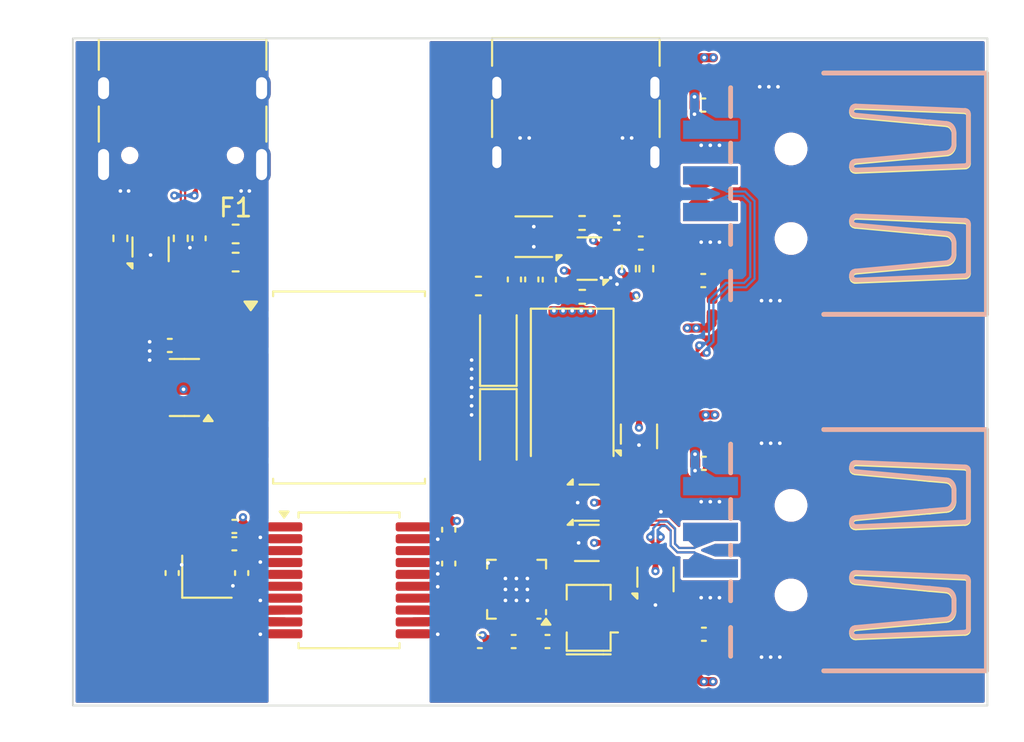
<source format=kicad_pcb>
(kicad_pcb (version 20240108) (generator "pcbnew") (generator_version "8.0")
  (layers (0 "F.Cu" signal) (1 "In1.Cu" signal) (2 "In2.Cu" signal) (31 "B.Cu" signal) (34 "B.Paste" user) (35 "F.Paste" user) (36 "B.SilkS" user "B.Silkscreen") (37 "F.SilkS" user "F.Silkscreen") (38 "B.Mask" user) (39 "F.Mask" user) (44 "Edge.Cuts" user))
  (net 0 "")
  (net 1 "GND1")
  (net 2 "VBUS1")
  (net 3 "Net-(U3-XI_{1})")
  (net 4 "Net-(U3-XO_{1})")
  (net 5 "Net-(U3-VDD1)")
  (net 6 "EXTVIN")
  (net 7 "GND2")
  (net 8 "VBUS2")
  (net 9 "Net-(U3-VDD2)")
  (net 10 "Net-(D1-K)")
  (net 11 "+5V")
  (net 12 "Net-(D1-A)")
  (net 13 "Net-(D2-A)")
  (net 14 "Net-(D3-A)")
  (net 15 "Net-(D3-K)")
  (net 17 "Net-(J1-CC1)")
  (net 18 "Net-(J1-D+-PadA6)")
  (net 20 "Net-(J1-D--PadA7)")
  (net 21 "Net-(J1-CC2)")
  (net 22 "/UD+")
  (net 23 "/UD-")
  (net 25 "/DD+")
  (net 26 "/DD-")
  (net 27 "Net-(J4-VBUS)")
  (net 28 "Net-(J5-VBUS)")
  (net 29 "Net-(J6-VBUS)")
  (net 30 "Net-(F5-Pad2)")
  (net 31 "Net-(F2-Pad2)")
  (net 32 "Net-(F3-Pad2)")
  (net 33 "Net-(F4-Pad2)")
  (net 34 "Net-(U2-VBUS)")
  (net 35 "Net-(U6-VDD33)")
  (net 36 "Net-(J3-VBUS)")
  (net 37 "Net-(J2-CC2)")
  (net 38 "Net-(J2-CC1)")
  (net 39 "Net-(U5-PR1)")
  (net 40 "Net-(U1-D1)")
  (net 41 "Net-(U1-D2)")
  (net 43 "Net-(U6-XI)")
  (net 44 "Net-(U6-XO)")
  (net 47 "/D3-")
  (net 48 "/D1+")
  (net 49 "/D1-")
  (net 50 "/D4-")
  (net 51 "/D2-")
  (net 52 "/D2+")
  (net 53 "/D4+")
  (net 54 "/D3+")
  (net 55 "/D4A-")
  (net 56 "/D4A+")
  (net 57 "/D3A-")
  (net 58 "/D3A+")
  (net 59 "/D1A+")
  (net 60 "/D1A-")
  (net 61 "/D2A-")
  (net 62 "/D2A+")
  (net 63 "Net-(F1-Pad1)")
  (footprint "Capacitor_SMD:C_0402_1005Metric" (layer "F.Cu") (at 132.25 132.4975)
    (property "Reference" "C16" (hide yes))
    (property "Value" "1uF")
  )
  (footprint "Resistor_SMD:R_0402_1005Metric" (layer "F.Cu") (at 112.6 110.44 -90)
    (property "Reference" "R2" (hide yes))
    (property "Value" "5.1K")
  )
  (footprint "Capacitor_SMD:C_0402_1005Metric" (layer "F.Cu") (at 141.05 110.7)
    (property "Reference" "C12" (hide yes))
    (property "Value" "100nF")
  )
  (footprint "Resistor_SMD:R_0402_1005Metric" (layer "F.Cu") (at 137.85 113.64)
    (property "Reference" "R7" (hide yes))
    (property "Value" "220R")
  )
  (footprint "Capacitor_SMD:C_0402_1005Metric" (layer "F.Cu") (at 115.43 128.75 -90)
    (property "Reference" "C3" (hide yes))
    (property "Value" "12pF")
  )
  (footprint "Capacitor_SMD:C_0402_1005Metric" (layer "F.Cu") (at 116.9 110.44 -90)
    (property "Reference" "C4" (hide yes))
    (property "Value" "100nF")
  )
  (footprint "ADUMx165_USB_Isolator:USB_C_Receptacle_XKB_U262-16XN-4BVC11" (layer "F.Cu") (at 116 103.3 180)
    (property "Reference" "J1" (hide yes))
    (property "Value" "XKB_U262-16XN-4BVC11")
  )
  (footprint "Capacitor_SMD:C_0402_1005Metric" (layer "F.Cu") (at 135.09 112.69 90)
    (property "Reference" "C10" (hide yes))
    (property "Value" "1uF")
  )
  (footprint "ADUMx165_USB_Isolator:SOT-583-8" (layer "F.Cu") (at 138.24 111.55 180)
    (property "Reference" "U5" (hide yes))
    (property "Value" "TPS2116DRL")
  )
  (footprint "Inductor_SMD:L_0402_1005Metric" (layer "F.Cu") (at 144.5 121.8 180)
    (property "Reference" "FB5" (hide yes))
    (property "Value" "120R@100M")
  )
  (footprint "Inductor_SMD:L_0402_1005Metric" (layer "F.Cu") (at 144.47 102.2 180)
    (property "Reference" "FB3" (hide yes))
    (property "Value" "120R@100M")
  )
  (footprint "Package_SO:SSOP-20_5.3x7.2mm_P0.65mm" (layer "F.Cu") (at 125.1 129.15)
    (property "Reference" "U3" (hide yes))
    (property "Value" "ADUM3165")
  )
  (footprint "LED_SMD:LED_0402_1005Metric" (layer "F.Cu") (at 139.75 113.65 180)
    (property "Reference" "D3" (hide yes))
    (property "Value" "LED")
  )
  (footprint "Resistor_SMD:R_0402_1005Metric" (layer "F.Cu") (at 141.35 112.1 90)
    (property "Reference" "R6" (hide yes))
    (property "Value" "10K")
  )
  (footprint "Capacitor_SMD:C_0603_1608Metric" (layer "F.Cu") (at 132.175 113.05 180)
    (property "Reference" "C11" (hide yes))
    (property "Value" "22uF/10V")
  )
  (footprint "Package_DFN_QFN:QFN-16-1EP_3x3mm_P0.5mm_EP1.75x1.75mm" (layer "F.Cu") (at 134.26 129.6375 180)
    (property "Reference" "U6" (hide yes))
    (property "Value" "CH334P")
  )
  (footprint "Inductor_SMD:L_0402_1005Metric" (layer "F.Cu") (at 144.465 113.7)
    (property "Reference" "FB2" (hide yes))
    (property "Value" "120R@100M")
  )
  (footprint "ADUMx165_USB_Isolator:DA2303-AL" (layer "F.Cu") (at 125.1 118.6)
    (property "Reference" "T1" (hide yes))
    (property "Value" "DA2303-AL")
  )
  (footprint "Capacitor_SMD:C_0402_1005Metric" (layer "F.Cu") (at 130.55 128.23 90)
    (property "Reference" "C8" (hide yes))
    (property "Value" "100nF")
  )
  (footprint "Fuse:Fuse_0402_1005Metric" (layer "F.Cu") (at 144.5 134)
    (property "Reference" "F4" (hide yes))
    (property "Value" "500mA")
  )
  (footprint "Inductor_SMD:L_0603_1608Metric" (layer "F.Cu") (at 118.9 111.74 180)
    (property "Reference" "FB1" (hide yes))
    (property "Value" "120R@100M")
  )
  (footprint "Package_TO_SOT_SMD:SOT-666" (layer "F.Cu") (at 141.8525 129.1 90)
    (property "Reference" "U10" (hide yes))
    (property "Value" "USBLC6-2P6")
  )
  (footprint "Fuse:Fuse_0402_1005Metric" (layer "F.Cu") (at 144.465 114.65 180)
    (property "Reference" "F2" (hide yes))
    (property "Value" "500mA")
  )
  (footprint "Capacitor_SMD:C_0402_1005Metric" (layer "F.Cu") (at 118.83 127.15)
    (property "Reference" "C5" (hide yes))
    (property "Value" "100nF")
  )
  (footprint "Capacitor_SMD:C_0402_1005Metric" (layer "F.Cu") (at 118.83 126.2)
    (property "Reference" "C6" (hide yes))
    (property "Value" "100nF")
  )
  (footprint "Capacitor_SMD:C_0402_1005Metric" (layer "F.Cu") (at 144.465 112.75 180)
    (property "Reference" "C19" (hide yes))
    (property "Value" "100nF")
  )
  (footprint "Resistor_SMD:R_0402_1005Metric" (layer "F.Cu") (at 139.74 109.6)
    (property "Reference" "R4" (hide yes))
    (property "Value" "5.1K")
  )
  (footprint "Capacitor_SMD:C_0402_1005Metric" (layer "F.Cu") (at 115.3 116.3 180)
    (property "Reference" "C1" (hide yes))
    (property "Value" "100nF")
  )
  (footprint "Capacitor_SMD:C_0402_1005Metric" (layer "F.Cu") (at 134.1 132.4975)
    (property "Reference" "C13" (hide yes))
    (property "Value" "100nF")
  )
  (footprint "Resistor_SMD:R_0402_1005Metric" (layer "F.Cu") (at 137.84 109.6 180)
    (property "Reference" "R3" (hide yes))
    (property "Value" "5.1K")
  )
  (footprint "Package_TO_SOT_SMD:SOT-666" (layer "F.Cu") (at 138.1 127.1025)
    (property "Reference" "U9" (hide yes))
    (property "Value" "USBLC6-2P6")
  )
  (footprint "Package_TO_SOT_SMD:SOT-666" (layer "F.Cu") (at 140.95 121.275 90)
    (property "Reference" "U7" (hide yes))
    (property "Value" "USBLC6-2P6")
  )
  (footprint "Capacitor_SMD:C_0402_1005Metric" (layer "F.Cu") (at 130.55 126.38 -90)
    (property "Reference" "C7" (hide yes))
    (property "Value" "100nF")
  )
  (footprint "Package_TO_SOT_SMD:SOT-23-6" (layer "F.Cu") (at 116.1 118.6 180)
    (property "Reference" "U1" (hide yes))
    (property "Value" "SN6505BDBV")
  )
  (footprint "Resistor_SMD:R_0402_1005Metric" (layer "F.Cu") (at 115.9 110.44 -90)
    (property "Reference" "R1" (hide yes))
    (property "Value" "5.1K")
  )
  (footprint "Fuse:Fuse_0402_1005Metric" (layer "F.Cu") (at 144.5 120.85)
    (property "Reference" "F5" (hide yes))
    (property "Value" "500mA")
  )
  (footprint "Resistor_SMD:R_0402_1005Metric" (layer "F.Cu") (at 140.4 112.1 -90)
    (property "Reference" "R5" (hide yes))
    (property "Value" "33K")
  )
  (footprint "Capacitor_SMD:C_0402_1005Metric" (layer "F.Cu") (at 134.14 112.69 90)
    (property "Reference" "C9" (hide yes))
    (property "Value" "100nF")
  )
  (footprint "Crystal:Resonator_SMD_Murata_CSTxExxV-3Pin_3.0x1.1mm" (layer "F.Cu") (at 138.2 131.2 90)
    (property "Reference" "Y2" (hide yes))
    (property "Value" "CSTxE12M")
  )
  (footprint "Capacitor_Tantalum_SMD:CP_EIA-7343-20_Kemet-V" (layer "F.Cu") (at 137.3 118.7 -90)
    (property "Reference" "C18" (hide yes))
    (property "Value" "100uF/16V")
  )
  (footprint "Diode_SMD:D_SOD-123F" (layer "F.Cu") (at 133.2625 116.3 90)
    (property "Reference" "D1" (hide yes))
    (property "Value" "MBR120VLSF")
  )
  (footprint "Package_SON:WSON-6-1EP_2x2mm_P0.65mm_EP1x1.6mm_ThermalVias" (layer "F.Cu") (at 135.2 110.35 180)
    (property "Reference" "U4" (hide yes))
    (property "Value" "TLV76750DRVx")
  )
  (footprint "Package_TO_SOT_SMD:SOT-666" (layer "F.Cu") (at 138.1 124.9)
    (property "Reference" "U8" (hide yes))
    (property "Value" "USBLC6-2P6")
  )
  (footprint "Crystal:Crystal_SMD_2016-4Pin_2.0x1.6mm" (layer "F.Cu") (at 117.33 128.95)
    (property "Reference" "Y1" (hide yes))
    (property "Value" "24Mhz/12pF")
  )
  (footprint "Capacitor_SMD:C_0402_1005Metric" (layer "F.Cu") (at 144.5 122.75)
    (property "Reference" "C22" (hide yes))
    (property "Value" "100nF")
  )
  (footprint "Fuse:Fuse_0603_1608Metric" (layer "F.Cu") (at 118.9 110.2)
    (property "Reference" "F1")
    (property "Value" "1A")
  )
  (footprint "ADUMx165_USB_Isolator:U221-041N-4V33" (layer "F.Cu") (at 146.5 108 90)
    (property "Reference" "J3" (hide yes))
    (property "Value" "XKB_U221-041N-4V33" (hide yes))
  )
  (footprint "Inductor_SMD:L_0402_1005Metric" (layer "F.Cu") (at 144.5 133.05 180)
    (property "Reference" "FB4" (hide yes))
    (property "Value" "120R@100M")
  )
  (footprint "Capacitor_SMD:C_0402_1005Metric" (layer "F.Cu") (at 136.05 112.7 -90)
    (property "Reference" "C14" (hide yes))
    (property "Value" "22uF/10V")
  )
  (footprint "Capacitor_SMD:C_0402_1005Metric" (layer "F.Cu") (at 144.47 103.15)
    (property "Reference" "C20" (hide yes))
    (property "Value" "100nF")
  )
  (footprint "Fuse:Fuse_0402_1005Metric" (layer "F.Cu") (at 144.47 101.25)
    (property "Reference" "F3" (hide yes))
    (property "Value" "500mA")
  )
  (footprint "Package_TO_SOT_SMD:SOT-666" (layer "F.Cu") (at 114.25 111.04 90)
    (property "Reference" "U2" (hide yes))
    (property "Value" "USBLC6-2P6")
  )
  (footprint "Capacitor_SMD:C_0402_1005Metric" (layer "F.Cu") (at 119.23 128.75 90)
    (property "Reference" "C2" (hide yes))
    (property "Value" "12pF")
  )
  (footprint "Diode_SMD:D_SOD-123F" (layer "F.Cu") (at 133.2625 120.9 -90)
    (property "Reference" "D2" (hide yes))
    (property "Value" "MBR120VLSF")
  )
  (footprint "Capacitor_SMD:C_0402_1005Metric" (layer "F.Cu") (at 144.5 132.1)
    (property "Reference" "C21" (hide yes))
    (property "Value" "100nF")
  )
  (footprint "ADUMx165_USB_Isolator:U221-041N-4V33" (layer "F.Cu") (at 146.5 127.5 90)
    (property "Reference" "J5" (hide yes))
    (property "Value" "XKB_U221-041N-4V33" (hide yes))
  )
  (footprint "Capacitor_SMD:C_0402_1005Metric" (layer "F.Cu") (at 135.95 132.4975 180)
    (property "Reference" "C15" (hide yes))
    (property "Value" "10uF")
  )
  (footprint "ADUMx165_USB_Isolator:USB_C_Receptacle_HRO_TYPE-C-31-M-17" (layer "F.Cu") (at 137.5 103 180)
    (property "Reference" "J2" (hide yes))
    (property "Value" "HRO_TYPE-C-31-M-17")
  )
  (footprint "ADUMx165_USB_Isolator:U221-041N-4V33" (layer "B.Cu") (at 146.5 127.5 -90)
    (property "Reference" "J6" (hide yes))
    (property "Value" "XKB_U221-041N-4V33" (hide yes))
  )
  (footprint "ADUMx165_USB_Isolator:U221-041N-4V33" (layer "B.Cu") (at 146.5 108 -90)
    (property "Reference" "J4" (hide yes))
    (property "Value" "XKB_U221-041N-4V33" (hide yes))
  )
  (gr_rect (start 110 99.5) (end 160 136) (stroke (width 0.1)) (fill none) (layer "Edge.Cuts"))
  (segment (start 121.6 132.075) (end 120.275 132.075) (width 0.2) (layer "F.Cu") (net 1))
  (segment (start 121.6 130.125) (end 120.375 130.125) (width 0.2) (layer "F.Cu") (net 1))
  (segment (start 120.325 126.875) (end 120.25 126.8) (width 0.2) (layer "F.Cu") (net 1))
  (segment (start 121.6 128.175) (end 120.275 128.175) (width 0.2) (layer "F.Cu") (net 1))
  (segment (start 121.6 126.875) (end 120.325 126.875) (width 0.2) (layer "F.Cu") (net 1))
  (segment (start 120.275 128.175) (end 120.25 128.15) (width 0.2) (layer "F.Cu") (net 1))
  (segment (start 120.375 130.125) (end 120.25 130.25) (width 0.2) (layer "F.Cu") (net 1))
  (segment (start 120.275 132.075) (end 120.25 132.1) (width 0.2) (layer "F.Cu") (net 1))
  (via (at 112.6 107.85) (size 0.45) (drill 0.2) (layers "F.Cu" "B.Cu") (net 1))
  (via (at 114.25 111.35) (size 0.45) (drill 0.2) (layers "F.Cu" "B.Cu") (net 1))
  (via (at 118.75 129.45) (size 0.45) (drill 0.2) (layers "F.Cu" "B.Cu") (net 1))
  (via (at 119.2 107.85) (size 0.45) (drill 0.2) (layers "F.Cu" "B.Cu") (net 1))
  (via (at 120.25 130.25) (size 0.45) (drill 0.2) (layers "F.Cu" "B.Cu") (net 1))
  (via (at 114.2 117.1) (size 0.45) (drill 0.2) (layers "F.Cu" "B.Cu") (net 1))
  (via (at 115.95 128.3) (size 0.45) (drill 0.2) (layers "F.Cu" "B.Cu") (net 1))
  (via (at 119.65 107.85) (size 0.45) (drill 0.2) (layers "F.Cu" "B.Cu") (net 1))
  (via (at 120.25 128.15) (size 0.45) (drill 0.2) (layers "F.Cu" "B.Cu") (net 1))
  (via (at 113.05 107.85) (size 0.45) (drill 0.2) (layers "F.Cu" "B.Cu") (net 1))
  (via (at 114.2 116.6) (size 0.45) (drill 0.2) (layers "F.Cu" "B.Cu") (net 1))
  (via (at 120.25 132.1) (size 0.45) (drill 0.2) (layers "F.Cu" "B.Cu") (net 1))
  (via (at 120.25 126.8) (size 0.45) (drill 0.2) (layers "F.Cu" "B.Cu") (net 1))
  (via (at 116.4 110.95) (size 0.45) (drill 0.2) (layers "F.Cu" "B.Cu") (net 1))
  (via (at 114.2 116.1) (size 0.45) (drill 0.2) (layers "F.Cu" "B.Cu") (net 1))
  (segment (start 119.31 125.71) (end 119.3 125.7) (width 0.2) (layer "F.Cu") (net 2))
  (segment (start 121.6 126.225) (end 119.335 126.225) (width 0.2) (layer "F.Cu") (net 2))
  (segment (start 119.31 126.2) (end 119.31 125.71) (width 0.2) (layer "F.Cu") (net 2))
  (via (at 116.05 118.7) (size 0.45) (drill 0.2) (layers "F.Cu" "B.Cu") (net 2))
  (via (at 119.3 125.7) (size 0.45) (drill 0.2) (layers "F.Cu" "B.Cu") (net 2))
  (segment (start 118.16 128.27) (end 119.23 128.27) (width 0.12) (layer "F.Cu") (net 3))
  (segment (start 119.23 128.27) (end 119.72 128.27) (width 0.12) (layer "F.Cu") (net 3))
  (segment (start 119.72 128.27) (end 120.275 128.825) (width 0.12) (layer "F.Cu") (net 3))
  (segment (start 120.275 128.825) (end 121.6 128.825) (width 0.12) (layer "F.Cu") (net 3))
  (segment (start 119.7 130.15) (end 120.375 129.475) (width 0.12) (layer "F.Cu") (net 4))
  (segment (start 116.36 129.23) (end 115.43 129.23) (width 0.12) (layer "F.Cu") (net 4))
  (segment (start 120.375 129.475) (end 121.6 129.475) (width 0.12) (layer "F.Cu") (net 4))
  (segment (start 115.43 129.23) (end 115.43 129.73) (width 0.12) (layer "F.Cu") (net 4))
  (segment (start 115.85 130.15) (end 119.7 130.15) (width 0.12) (layer "F.Cu") (net 4))
  (segment (start 115.43 129.73) (end 115.85 130.15) (width 0.12) (layer "F.Cu") (net 4))
  (segment (start 119.31 127.15) (end 119.685 127.525) (width 0.2) (layer "F.Cu") (net 5))
  (segment (start 119.685 127.525) (end 121.6 127.525) (width 0.2) (layer "F.Cu") (net 5))
  (segment (start 137.5 110.8) (end 137.95 110.8) (width 0.12) (layer "F.Cu") (net 6))
  (segment (start 138.45 111.3) (end 138.98 111.3) (width 0.12) (layer "F.Cu") (net 6))
  (segment (start 140.4 111.59) (end 140.4 110.87) (width 0.12) (layer "F.Cu") (net 6))
  (segment (start 137.95 110.8) (end 138.45 111.3) (width 0.12) (layer "F.Cu") (net 6))
  (segment (start 129.925 126.875) (end 129.95 126.9) (width 0.2) (layer "F.Cu") (net 7))
  (segment (start 137.6475 127.1025) (end 137.65 127.1) (width 0.2) (layer "F.Cu") (net 7))
  (segment (start 129.925 132.075) (end 129.95 132.1) (width 0.2) (layer "F.Cu") (net 7))
  (segment (start 140.95 122.2) (end 140.95 121.75) (width 0.2) (layer "F.Cu") (net 7))
  (segment (start 137.175 127.1025) (end 137.6475 127.1025) (width 0.2) (layer "F.Cu") (net 7))
  (segment (start 141.8525 130.025) (end 141.8525 130.4975) (width 0.2) (layer "F.Cu") (net 7))
  (segment (start 128.6 128.175) (end 129.925 128.175) (width 0.2) (layer "F.Cu") (net 7))
  (segment (start 128.6 129.475) (end 129.925 129.475) (width 0.2) (layer "F.Cu") (net 7))
  (segment (start 129.925 128.175) (end 129.95 128.2) (width 0.2) (layer "F.Cu") (net 7))
  (segment (start 128.6 126.875) (end 129.925 126.875) (width 0.2) (layer "F.Cu") (net 7))
  (segment (start 137.175 124.9) (end 137.6 124.9) (width 0.2) (layer "F.Cu") (net 7))
  (segment (start 128.6 132.075) (end 129.925 132.075) (width 0.2) (layer "F.Cu") (net 7))
  (segment (start 141.8525 130.4975) (end 141.85 130.5) (width 0.2) (layer "F.Cu") (net 7))
  (segment (start 129.95 128.8) (end 128.625 128.8) (width 0.2) (layer "F.Cu") (net 7))
  (segment (start 129.925 129.475) (end 129.95 129.5) (width 0.2) (layer "F.Cu") (net 7))
  (via (at 134.25 130.25) (size 0.45) (drill 0.2) (layers "F.Cu" "B.Cu") (net 7))
  (via (at 147.55 102.15) (size 0.45) (drill 0.2) (layers "F.Cu" "B.Cu") (net 7))
  (via (at 129.95 132.1) (size 0.45) (drill 0.2) (layers "F.Cu" "B.Cu") (net 7))
  (via (at 131.8 118.6) (size 0.45) (drill 0.2) (layers "F.Cu" "B.Cu") (net 7))
  (via (at 129.95 129.5) (size 0.45) (drill 0.2) (layers "F.Cu" "B.Cu") (net 7))
  (via (at 129.95 128.2) (size 0.45) (drill 0.2) (layers "F.Cu" "B.Cu") (net 7))
  (via (at 141.85 130.5) (size 0.45) (drill 0.2) (layers "F.Cu" "B.Cu") (net 7))
  (via (at 131.8 118.1) (size 0.45) (drill 0.2) (layers "F.Cu" "B.Cu") (net 7))
  (via (at 134.85 129.05) (size 0.45) (drill 0.2) (layers "F.Cu" "B.Cu") (net 7))
  (via (at 140.05 104.95) (size 0.45) (drill 0.2) (layers "F.Cu" "B.Cu") (net 7))
  (via (at 148.05 102.15) (size 0.45) (drill 0.2) (layers "F.Cu" "B.Cu") (net 7))
  (via (at 147.65 121.65) (size 0.45) (drill 0.2) (layers "F.Cu" "B.Cu") (net 7))
  (via (at 145.35 105.35) (size 0.45) (drill 0.2) (layers "F.Cu" "B.Cu") (net 7))
  (via (at 134.85 129.65) (size 0.45) (drill 0.2) (layers "F.Cu" "B.Cu") (net 7))
  (via (at 139.75 112.95) (size 0.45) (drill 0.2) (layers "F.Cu" "B.Cu") (net 7))
  (via (at 144.85 130.1) (size 0.45) (drill 0.2) (layers "F.Cu" "B.Cu") (net 7))
  (via (at 139.85 109.6) (size 0.45) (drill 0.2) (layers "F.Cu" "B.Cu") (net 7))
  (via (at 133.65 129.05) (size 0.45) (drill 0.2) (layers "F.Cu" "B.Cu") (net 7))
  (via (at 131.8 120.1) (size 0.45) (drill 0.2) (layers "F.Cu" "B.Cu") (net 7))
  (via (at 144.35 105.35) (size 0.45) (drill 0.2) (layers "F.Cu" "B.Cu") (net 7))
  (via (at 133.65 130.25) (size 0.45) (drill 0.2) (layers "F.Cu" "B.Cu") (net 7))
  (via (at 148.65 133.35) (size 0.45) (drill 0.2) (layers "F.Cu" "B.Cu") (net 7))
  (via (at 148.15 113.85) (size 0.45) (drill 0.2) (layers "F.Cu" "B.Cu") (net 7))
  (via (at 134.45 104.95) (size 0.45) (drill 0.2) (layers "F.Cu" "B.Cu") (net 7))
  (via (at 137.6 124.9) (size 0.45) (drill 0.2) (layers "F.Cu" "B.Cu") (net 7))
  (via (at 148.55 102.15) (size 0.45) (drill 0.2) (layers "F.Cu" "B.Cu") (net 7))
  (via (at 145.35 130.1) (size 0.45) (drill 0.2) (layers "F.Cu" "B.Cu") (net 7))
  (via (at 144.85 110.65) (size 0.45) (drill 0.2) (layers "F.Cu" "B.Cu") (net 7))
  (via (at 134.25 129.05) (size 0.45) (drill 0.2) (layers "F.Cu" "B.Cu") (net 7))
  (via (at 129.95 128.8) (size 0.45) (drill 0.2) (layers "F.Cu" "B.Cu") (net 7))
  (via (at 145.35 110.65) (size 0.45) (drill 0.2) (layers "F.Cu" "B.Cu") (net 7))
  (via (at 148.65 121.65) (size 0.45) (drill 0.2) (layers "F.Cu" "B.Cu") (net 7))
  (via (at 145.35 124.85) (size 0.45) (drill 0.2) (layers "F.Cu" "B.Cu") (net 7))
  (via (at 142.15 125.4) (size 0.45) (drill 0.2) (layers "F.Cu" "B.Cu") (net 7))
  (via (at 139.4 112.6) (size 0.45) (drill 0.2) (layers "F.Cu" "B.Cu") (net 7))
  (via (at 131.8 117.6) (size 0.45) (drill 0.2) (layers "F.Cu" "B.Cu") (net 7))
  (via (at 134.25 129.65) (size 0.45) (drill 0.2) (layers "F.Cu" "B.Cu") (net 7))
  (via (at 148.15 121.65) (size 0.45) (drill 0.2) (layers "F.Cu" "B.Cu") (net 7))
  (via (at 138.9 112.6) (size 0.45) (drill 0.2) (layers "F.Cu" "B.Cu") (net 7))
  (via (at 144.85 124.85) (size 0.45) (drill 0.2) (layers "F.Cu" "B.Cu") (net 7))
  (via (at 132.7 128.2) (size 0.45) (drill 0.2) (layers "F.Cu" "B.Cu") (net 7))
  (via (at 131.8 119.1) (size 0.45) (drill 0.2) (layers "F.Cu" "B.Cu") (net 7))
  (via (at 134.95 104.95) (size 0.45) (drill 0.2) (layers "F.Cu" "B.Cu") (net 7))
  (via (at 147.65 133.35) (size 0.45) (drill 0.2) (layers "F.Cu" "B.Cu") (net 7))
  (via (at 144.35 130.1) (size 0.45) (drill 0.2) (layers "F.Cu" "B.Cu") (net 7))
  (via (at 140.95 121.75) (size 0.45) (drill 0.2) (layers "F.Cu" "B.Cu") (net 7))
  (via (at 131.8 117.1) (size 0.45) (drill 0.2) (layers "F.Cu" "B.Cu") (net 7))
  (via (at 148.15 133.35) (size 0.45) (drill 0.2) (layers "F.Cu" "B.Cu") (net 7))
  (via (at 129.95 126.9) (size 0.45) (drill 0.2) (layers "F.Cu" "B.Cu") (net 7))
  (via (at 137.65 127.1) (size 0.45) (drill 0.2) (layers "F.Cu" "B.Cu") (net 7))
  (via (at 144.85 105.35) (size 0.45) (drill 0.2) (layers "F.Cu" "B.Cu") (net 7))
  (via (at 131.8 119.6) (size 0.45) (drill 0.2) (layers "F.Cu" "B.Cu") (net 7))
  (via (at 148.65 113.85) (size 0.45) (drill 0.2) (layers "F.Cu" "B.Cu") (net 7))
  (via (at 144.35 124.85) (size 0.45) (drill 0.2) (layers "F.Cu" "B.Cu") (net 7))
  (via (at 144.35 110.65) (size 0.45) (drill 0.2) (layers "F.Cu" "B.Cu") (net 7))
  (via (at 140.55 104.95) (size 0.45) (drill 0.2) (layers "F.Cu" "B.Cu") (net 7))
  (via (at 147.65 113.85) (size 0.45) (drill 0.2) (layers "F.Cu" "B.Cu") (net 7))
  (via (at 134.85 130.25) (size 0.45) (drill 0.2) (layers "F.Cu" "B.Cu") (net 7))
  (via (at 133.65 129.65) (size 0.45) (drill 0.2) (layers "F.Cu" "B.Cu") (net 7))
  (segment (start 139.025 124.9) (end 138.5 124.9) (width 0.2) (layer "F.Cu") (net 8))
  (segment (start 144.5 134.69) (end 145 134.69) (width 0.5) (layer "F.Cu") (net 8))
  (segment (start 132.73 132.48) (end 132.4 132.15) (width 0.2) (layer "F.Cu") (net 8))
  (segment (start 130.225 126.225) (end 130.55 125.9) (width 0.2) (layer "F.Cu") (net 8))
  (segment (start 134.51 131.487499) (end 134.51 131.1) (width 0.2) (layer "F.Cu") (net 8))
  (segment (start 144.95 114.65) (end 144.95 115.085) (width 0.5) (layer "F.Cu") (net 8))
  (segment (start 144.015 134) (end 144.015 134.319999) (width 0.5) (layer "F.Cu") (net 8))
  (segment (start 144.95 115.085) (end 144.685 115.35) (width 0.5) (layer "F.Cu") (net 8))
  (segment (start 134.289999 131.7075) (end 134.51 131.487499) (width 0.2) (layer "F.Cu") (net 8))
  (segment (start 143.985 101.25) (end 143.985 100.930001) (width 0.5) (layer "F.Cu") (net 8))
  (segment (start 140.95 120.35) (end 140.95 120.8) (width 0.2) (layer "F.Cu") (net 8))
  (segment (start 144.385001 134.69) (end 144.5 134.69) (width 0.5) (layer "F.Cu") (net 8))
  (segment (start 144.685 115.35) (end 143.585 115.35) (width 0.5) (layer "F.Cu") (net 8))
  (segment (start 144.015 134.319999) (end 144.385001 134.69) (width 0.5) (layer "F.Cu") (net 8))
  (segment (start 141.8525 128.6475) (end 141.8525 128.175) (width 0.2) (layer "F.Cu") (net 8))
  (segment (start 128.6 126.225) (end 130.225 126.225) (width 0.2) (layer "F.Cu") (net 8))
  (segment (start 144.015 120.85) (end 144.015 120.530001) (width 0.5) (layer "F.Cu") (net 8))
  (segment (start 132.797002 132.4975) (end 133.587002 131.7075) (width 0.2) (layer "F.Cu") (net 8))
  (segment (start 130.55 125.9) (end 131 125.9) (width 0.2) (layer "F.Cu") (net 8))
  (segment (start 144.355001 100.56) (end 145.02 100.56) (width 0.5) (layer "F.Cu") (net 8))
  (segment (start 139.025 127.1025) (end 138.5025 127.1025) (width 0.2) (layer "F.Cu") (net 8))
  (segment (start 144.015 120.530001) (end 144.445001 120.1) (width 0.5) (layer "F.Cu") (net 8))
  (segment (start 133.587002 131.7075) (end 134.289999 131.7075) (width 0.2) (layer "F.Cu") (net 8))
  (segment (start 144.445001 120.1) (end 145.1 120.1) (width 0.5) (layer "F.Cu") (net 8))
  (segment (start 143.985 100.930001) (end 144.355001 100.56) (width 0.5) (layer "F.Cu") (net 8))
  (segment (start 138.5025 127.1025) (end 138.5 127.1) (width 0.2) (layer "F.Cu") (net 8))
  (via (at 145.02 100.55) (size 0.45) (drill 0.2) (layers "F.Cu" "B.Cu") (net 8))
  (via (at 138.5 124.9) (size 0.45) (drill 0.2) (layers "F.Cu" "B.Cu") (net 8))
  (via (at 145.1 120.1) (size 0.45) (drill 0.2) (layers "F.Cu" "B.Cu") (net 8))
  (via (at 144.6 120.1) (size 0.45) (drill 0.2) (layers "F.Cu" "B.Cu") (net 8))
  (via (at 138.3 114.4) (size 0.45) (drill 0.2) (layers "F.Cu" "B.Cu") (net 8))
  (via (at 136.3 114.4) (size 0.45) (drill 0.2) (layers "F.Cu" "B.Cu") (net 8))
  (via (at 145 134.69) (size 0.45) (drill 0.2) (layers "F.Cu" "B.Cu") (net 8))
  (via (at 132.4 132.15) (size 0.45) (drill 0.2) (layers "F.Cu" "B.Cu") (net 8))
  (via (at 144.085 115.35) (size 0.45) (drill 0.2) (layers "F.Cu" "B.Cu") (net 8))
  (via (at 137.8 114.4) (size 0.45) (drill 0.2) (layers "F.Cu" "B.Cu") (net 8))
  (via (at 137.3 114.4) (size 0.45) (drill 0.2) (layers "F.Cu" "B.Cu") (net 8))
  (via (at 141.8525 128.6475) (size 0.45) (drill 0.2) (layers "F.Cu" "B.Cu") (net 8))
  (via (at 144.5 134.69) (size 0.45) (drill 0.2) (layers "F.Cu" "B.Cu") (net 8))
  (via (at 131 125.9) (size 0.45) (drill 0.2) (layers "F.Cu" "B.Cu") (net 8))
  (via (at 144.52 100.55) (size 0.45) (drill 0.2) (layers "F.Cu" "B.Cu") (net 8))
  (via (at 143.585 115.35) (size 0.45) (drill 0.2) (layers "F.Cu" "B.Cu") (net 8))
  (via (at 138.5 127.1) (size 0.45) (drill 0.2) (layers "F.Cu" "B.Cu") (net 8))
  (via (at 136.8 114.4) (size 0.45) (drill 0.2) (layers "F.Cu" "B.Cu") (net 8))
  (via (at 140.95 120.8) (size 0.45) (drill 0.2) (layers "F.Cu" "B.Cu") (net 8))
  (segment (start 128.6 127.525) (end 130.325 127.525) (width 0.2) (layer "F.Cu") (net 9))
  (segment (start 130.325 127.525) (end 130.55 127.75) (width 0.2) (layer "F.Cu") (net 9))
  (segment (start 138.36 113.64) (end 139.255 113.64) (width 0.2) (layer "F.Cu") (net 14))
  (segment (start 137.5 112.3) (end 136.95 112.3) (width 0.2) (layer "F.Cu") (net 15))
  (segment (start 140.705 113.65) (end 140.8 113.555) (width 0.2) (layer "F.Cu") (net 15))
  (segment (start 136.95 112.3) (end 136.85 112.2) (width 0.2) (layer "F.Cu") (net 15))
  (segment (start 140.235 113.65) (end 140.705 113.65) (width 0.2) (layer "F.Cu") (net 15))
  (via (at 136.85 112.2) (size 0.45) (drill 0.2) (layers "F.Cu" "B.Cu") (net 15))
  (via (at 140.8 113.555) (size 0.45) (drill 0.2) (layers "F.Cu" "B.Cu") (net 15))
  (segment (start 117.25 106.97) (end 117.25 108.5) (width 0.12) (layer "F.Cu") (net 17))
  (segment (start 117.25 108.5) (end 115.9 109.85) (width 0.12) (layer "F.Cu") (net 17))
  (segment (start 114.39 109.099412) (end 114.39 109.54) (width 0.12) (layer "F.Cu") (net 18))
  (segment (start 115.900588 108.999412) (end 114.49 108.999412) (width 0.12) (layer "F.Cu") (net 18))
  (segment (start 115.25 106.97) (end 115.25 106.275) (width 0.12) (layer "F.Cu") (net 18))
  (segment (start 114.49 108.999412) (end 114.39 109.099412) (width 0.12) (layer "F.Cu") (net 18))
  (segment (start 116.125 106.15) (end 116.25 106.275) (width 0.12) (layer "F.Cu") (net 18))
  (segment (start 116.14 107.08) (end 116.14 108.76) (width 0.12) (layer "F.Cu") (net 18))
  (segment (start 114.39 109.54) (end 114.7875 109.9375) (width 0.12) (layer "F.Cu") (net 18))
  (segment (start 115.375 106.15) (end 116.125 106.15) (width 0.12) (layer "F.Cu") (net 18))
  (segment (start 116.25 106.97) (end 116.14 107.08) (width 0.12) (layer "F.Cu") (net 18))
  (segment (start 115.25 106.275) (end 115.375 106.15) (width 0.12) (layer "F.Cu") (net 18))
  (segment (start 116.14 108.76) (end 115.900588 108.999412) (width 0.12) (layer "F.Cu") (net 18))
  (segment (start 116.25 106.275) (end 116.25 106.97) (width 0.12) (layer "F.Cu") (net 18))
  (segment (start 114.7875 109.9375) (end 114.7875 110.19) (width 0.12) (layer "F.Cu") (net 18))
  (segment (start 115.9 108.1) (end 115.55 108.1) (width 0.12) (layer "F.Cu") (net 20))
  (segment (start 114.15 109) (end 114.15 109.488649) (width 0.12) (layer "F.Cu") (net 20))
  (segment (start 115.9 108.660588) (end 115.801176 108.759412) (width 0.12) (layer "F.Cu") (net 20))
  (segment (start 115.9 107.12) (end 115.9 108.1) (width 0.12) (layer "F.Cu") (net 20))
  (segment (start 115.9 108.1) (end 115.9 108.660588) (width 0.12) (layer "F.Cu") (net 20))
  (segment (start 113.7125 109.926149) (end 113.7125 110.19) (width 0.12) (layer "F.Cu") (net 20))
  (segment (start 116.65 108.1) (end 116.75 108) (width 0.12) (layer "F.Cu") (net 20))
  (segment (start 115.75 106.97) (end 115.9 107.12) (width 0.12) (layer "F.Cu") (net 20))
  (segment (start 116.75 108) (end 116.75 106.97) (width 0.12) (layer "F.Cu") (net 20))
  (segment (start 114.390588 108.759412) (end 114.15 109) (width 0.12) (layer "F.Cu") (net 20))
  (segment (start 115.801176 108.759412) (end 114.390588 108.759412) (width 0.12) (layer "F.Cu") (net 20))
  (segment (start 114.15 109.488649) (end 113.7125 109.926149) (width 0.12) (layer "F.Cu") (net 20))
  (via (at 115.55 108.1) (size 0.45) (drill 0.2) (layers "F.Cu" "B.Cu") (net 20))
  (via (at 116.65 108.1) (size 0.45) (drill 0.2) (layers "F.Cu" "B.Cu") (net 20))
  (segment (start 116.65 108.1) (end 115.55 108.1) (width 0.12) (layer "B.Cu") (net 20))
  (segment (start 112.6 109.93) (end 112.6 109.6) (width 0.12) (layer "F.Cu") (net 21))
  (segment (start 114.25 107.95) (end 114.25 106.97) (width 0.12) (layer "F.Cu") (net 21))
  (segment (start 112.6 109.6) (end 114.25 107.95) (width 0.12) (layer "F.Cu") (net 21))
  (segment (start 120.9 130.775) (end 120.695 130.98) (width 0.12) (layer "F.Cu") (net 22))
  (segment (start 114.199706 130.98) (end 113.12 129.900294) (width 0.12) (layer "F.Cu") (net 22))
  (segment (start 114.7875 112.265001) (end 114.7875 111.89) (width 0.12) (layer "F.Cu") (net 22))
  (segment (start 113.12 129.900294) (end 113.12 115.299706) (width 0.12) (layer "F.Cu") (net 22))
  (segment (start 114.37 112.682501) (end 114.7875 112.265001) (width 0.12) (layer "F.Cu") (net 22))
  (segment (start 113.12 115.299706) (end 114.37 114.049706) (width 0.12) (layer "F.Cu") (net 22))
  (segment (start 114.37 114.049706) (end 114.37 112.682501) (width 0.12) (layer "F.Cu") (net 22))
  (segment (start 120.695 130.98) (end 114.199706 130.98) (width 0.12) (layer "F.Cu") (net 22))
  (segment (start 114.13 113.950294) (end 114.13 112.682501) (width 0.12) (layer "F.Cu") (net 23))
  (segment (start 112.88 129.999706) (end 112.88 115.200294) (width 0.12) (layer "F.Cu") (net 23))
  (segment (start 114.100294 131.22) (end 112.88 129.999706) (width 0.12) (layer "F.Cu") (net 23))
  (segment (start 112.88 115.200294) (end 114.13 113.950294) (width 0.12) (layer "F.Cu") (net 23))
  (segment (start 120.9 131.425) (end 120.695 131.22) (width 0.12) (layer "F.Cu") (net 23))
  (segment (start 113.7125 112.265001) (end 113.7125 111.89) (width 0.12) (layer "F.Cu") (net 23))
  (segment (start 114.13 112.682501) (end 113.7125 112.265001) (width 0.12) (layer "F.Cu") (net 23))
  (segment (start 120.695 131.22) (end 114.100294 131.22) (width 0.12) (layer "F.Cu") (net 23))
  (segment (start 132.405 130.2575) (end 131.162206 130.2575) (width 0.12) (layer "F.Cu") (net 25))
  (segment (start 130.199706 131.22) (end 129.505 131.22) (width 0.12) (layer "F.Cu") (net 25))
  (segment (start 131.162206 130.2575) (end 130.199706 131.22) (width 0.12) (layer "F.Cu") (net 25))
  (segment (start 129.505 131.22) (end 129.3 131.425) (width 0.12) (layer "F.Cu") (net 25))
  (segment (start 132.535 130.3875) (end 132.405 130.2575) (width 0.12) (layer "F.Cu") (net 25))
  (segment (start 130.100294 130.98) (end 129.505 130.98) (width 0.12) (layer "F.Cu") (net 26))
  (segment (start 132.405 130.0175) (end 131.062794 130.0175) (width 0.12) (layer "F.Cu") (net 26))
  (segment (start 129.505 130.98) (end 129.3 130.775) (width 0.12) (layer "F.Cu") (net 26))
  (segment (start 131.062794 130.0175) (end 130.100294 130.98) (width 0.12) (layer "F.Cu") (net 26))
  (segment (start 132.535 129.8875) (end 132.405 130.0175) (width 0.12) (layer "F.Cu") (net 26))
  (segment (start 143.99 103.15) (end 143.99 103.625) (width 0.5) (layer "F.Cu") (net 27))
  (segment (start 143.985 102.7) (end 143.985 103.145) (width 0.5) (layer "F.Cu") (net 27))
  (segment (start 143.99 103.625) (end 143.985 103.63) (width 0.5) (layer "F.Cu") (net 27))
  (segment (start 143.985 102.2) (end 143.985 102.7) (width 0.5) (layer "F.Cu") (net 27))
  (via (at 143.985 103.65) (size 0.45) (drill 0.2) (layers "F.Cu" "B.Cu") (net 27))
  (via (at 143.985 102.7) (size 0.45) (drill 0.2) (layers "F.Cu" "B.Cu") (net 27))
  (segment (start 143.985 104.285) (end 143.985 103.65) (width 0.5) (layer "B.Cu") (net 27))
  (segment (start 143.985 103.65) (end 143.985 102.7) (width 0.5) (layer "B.Cu") (net 27))
  (segment (start 144.02 131.28) (end 144.02 132.1) (width 0.5) (layer "F.Cu") (net 28))
  (segment (start 144.3 131) (end 144.02 131.28) (width 0.5) (layer "F.Cu") (net 28))
  (segment (start 144.015 133.05) (end 144.015 132.105) (width 0.5) (layer "F.Cu") (net 28))
  (segment (start 144.015 122.25) (end 144.015 122.745) (width 0.5) (layer "F.Cu") (net 29))
  (segment (start 144.02 122.75) (end 144.02 123.125) (width 0.5) (layer "F.Cu") (net 29))
  (segment (start 144.02 123.125) (end 144.015 123.13) (width 0.5) (layer "F.Cu") (net 29))
  (segment (start 144.015 121.8) (end 144.015 122.25) (width 0.5) (layer "F.Cu") (net 29))
  (via (at 144.015 123.15) (size 0.45) (drill 0.2) (layers "F.Cu" "B.Cu") (net 29))
  (via (at 144.015 122.25) (size 0.45) (drill 0.2) (layers "F.Cu" "B.Cu") (net 29))
  (segment (start 144.015 123.15) (end 144.015 123.815) (width 0.5) (layer "B.Cu") (net 29))
  (segment (start 144.015 123.15) (end 144.015 122.25) (width 0.5) (layer "B.Cu") (net 29))
  (segment (start 144.985 120.85) (end 144.985 121.8) (width 0.5) (layer "F.Cu") (net 30))
  (segment (start 143.98 113.7) (end 143.98 114.65) (width 0.5) (layer "F.Cu") (net 31))
  (segment (start 144.955 101.25) (end 144.955 102.2) (width 0.5) (layer "F.Cu") (net 32))
  (segment (start 144.985 134) (end 144.985 133.05) (width 0.5) (layer "F.Cu") (net 33))
  (segment (start 116.9 109.96) (end 117.43 110.49) (width 0.2) (layer "F.Cu") (net 34))
  (segment (start 114.45 110.75) (end 115.2 110.75) (width 0.12) (layer "F.Cu") (net 34))
  (segment (start 117.65 110.9) (end 119.45 110.9) (width 0.2) (layer "F.Cu") (net 34))
  (segment (start 115.2 110.75) (end 115.5 110.45) (width 0.12) (layer "F.Cu") (net 34))
  (segment (start 114.25 110.55) (end 114.45 110.75) (width 0.12) (layer "F.Cu") (net 34))
  (segment (start 115.5 110.45) (end 116.41 110.45) (width 0.12) (layer "F.Cu") (net 34))
  (segment (start 117.43 110.49) (end 117.43 110.68) (width 0.2) (layer "F.Cu") (net 34))
  (segment (start 116.41 110.45) (end 116.9 109.96) (width 0.12) (layer "F.Cu") (net 34))
  (segment (start 117.43 110.68) (end 117.65 110.9) (width 0.2) (layer "F.Cu") (net 34))
  (segment (start 114.25 110.115) (end 114.25 110.55) (width 0.12) (layer "F.Cu") (net 34))
  (segment (start 134.58 132.4975) (end 135 132.4975) (width 0.2) (layer "F.Cu") (net 35))
  (segment (start 135 132.4975) (end 135.47 132.4975) (width 0.2) (layer "F.Cu") (net 35))
  (segment (start 135.01 131.1) (end 135.01 132.4875) (width 0.2) (layer "F.Cu") (net 35))
  (segment (start 144.95 113.255) (end 144.945 113.25) (width 0.5) (layer "F.Cu") (net 36))
  (segment (start 144.945 112.75) (end 144.945 111.582) (width 0.5) (layer "F.Cu") (net 36))
  (segment (start 144.95 113.7) (end 144.95 112.755) (width 0.5) (layer "F.Cu") (net 36))
  (segment (start 137.55 107.2) (end 137 106.65) (width 0.12) (layer "F.Cu") (net 37))
  (segment (start 138.05 107.4) (end 137.85 107.2) (width 0.12) (layer "F.Cu") (net 37))
  (segment (start 138.35 109.15) (end 138.05 108.85) (width 0.12) (layer "F.Cu") (net 37))
  (segment (start 138.05 108.85) (end 138.05 107.4) (width 0.12) (layer "F.Cu") (net 37))
  (segment (start 138.35 109.6) (end 138.35 109.15) (width 0.12) (layer "F.Cu") (net 37))
  (segment (start 137.85 107.2) (end 137.55 107.2) (width 0.12) (layer "F.Cu") (net 37))
  (segment (start 138.3 108.75) (end 139.15 109.6) (width 0.12) (layer "F.Cu") (net 38))
  (segment (start 138 106.18) (end 138.3 106.48) (width 0.12) (layer "F.Cu") (net 38))
  (segment (start 138.3 106.48) (end 138.3 108.75) (width 0.12) (layer "F.Cu") (net 38))
  (segment (start 140.36 112.61) (end 140 112.25) (width 0.12) (layer "F.Cu") (net 39))
  (segment (start 138.7 110.8) (end 138.45 110.55) (width 0.12) (layer "F.Cu") (net 39))
  (segment (start 138.98 110.8) (end 138.7 110.8) (width 0.12) (layer "F.Cu") (net 39))
  (segment (start 141.35 112.61) (end 140.4 112.61) (width 0.12) (layer "F.Cu") (net 39))
  (via (at 140 112.25) (size 0.45) (drill 0.2) (layers "F.Cu" "B.Cu") (net 39))
  (via (at 138.45 110.55) (size 0.45) (drill 0.2) (layers "F.Cu" "B.Cu") (net 39))
  (segment (start 138.2 130) (end 136.85 130) (width 0.12) (layer "F.Cu") (net 43))
  (segment (start 136.7375 129.8875) (end 135.7225 129.8875) (width 0.12) (layer "F.Cu") (net 43))
  (segment (start 136.85 130) (end 136.7375 129.8875) (width 0.12) (layer "F.Cu") (net 43))
  (segment (start 136.95 130.95) (end 136.3875 130.3875) (width 0.12) (layer "F.Cu") (net 44))
  (segment (start 136.3875 130.3875) (end 135.7225 130.3875) (width 0.12) (layer "F.Cu") (net 44))
  (segment (start 137.45 132.4) (end 136.95 131.9) (width 0.12) (layer "F.Cu") (net 44))
  (segment (start 136.95 131.9) (end 136.95 130.95) (width 0.12) (layer "F.Cu") (net 44))
  (segment (start 134.88 127.589706) (end 135.247206 127.2225) (width 0.12) (layer "F.Cu") (net 47))
  (segment (start 135.01 127.9125) (end 134.88 127.7825) (width 0.12) (layer "F.Cu") (net 47))
  (segment (start 135.247206 127.2225) (end 136.457499 127.2225) (width 0.12) (layer "F.Cu") (net 47))
  (segment (start 134.88 127.7825) (end 134.88 127.589706) (width 0.12) (layer "F.Cu") (net 47))
  (segment (start 136.457499 127.2225) (end 136.874999 127.64) (width 0.12) (layer "F.Cu") (net 47))
  (segment (start 136.874999 127.64) (end 137.25 127.64) (width 0.12) (layer "F.Cu") (net 47))
  (segment (start 131.987794 129.2575) (end 131.68 128.949706) (width 0.12) (layer "F.Cu") (net 48))
  (segment (start 132.405 129.2575) (end 131.987794 129.2575) (width 0.12) (layer "F.Cu") (net 48))
  (segment (start 140.550294 123.43) (end 140.83 123.150294) (width 0.12) (layer "F.Cu") (net 48))
  (segment (start 132.535 129.3875) (end 132.405 129.2575) (width 0.12) (layer "F.Cu") (net 48))
  (segment (start 140.4125 122.500001) (end 140.4125 122.125) (width 0.12) (layer "F.Cu") (net 48))
  (segment (start 131.68 127.650294) (end 135.900294 123.43) (width 0.12) (layer "F.Cu") (net 48))
  (segment (start 131.68 128.949706) (end 131.68 127.650294) (width 0.12) (layer "F.Cu") (net 48))
  (segment (start 140.83 123.150294) (end 140.83 122.917501) (width 0.12) (layer "F.Cu") (net 48))
  (segment (start 140.83 122.917501) (end 140.4125 122.500001) (width 0.12) (layer "F.Cu") (net 48))
  (segment (start 135.900294 123.43) (end 140.550294 123.43) (width 0.12) (layer "F.Cu") (net 48))
  (segment (start 141.4875 122.500001) (end 141.4875 122.125) (width 0.12) (layer "F.Cu") (net 49))
  (segment (start 132.087206 129.0175) (end 131.92 128.850294) (width 0.12) (layer "F.Cu") (net 49))
  (segment (start 132.535 128.8875) (end 132.405 129.0175) (width 0.12) (layer "F.Cu") (net 49))
  (segment (start 141.07 123.249706) (end 141.07 122.917501) (width 0.12) (layer "F.Cu") (net 49))
  (segment (start 135.999706 123.67) (end 140.649706 123.67) (width 0.12) (layer "F.Cu") (net 49))
  (segment (start 132.405 129.0175) (end 132.087206 129.0175) (width 0.12) (layer "F.Cu") (net 49))
  (segment (start 131.92 128.850294) (end 131.92 127.749706) (width 0.12) (layer "F.Cu") (net 49))
  (segment (start 131.92 127.749706) (end 135.999706 123.67) (width 0.12) (layer "F.Cu") (net 49))
  (segment (start 141.07 122.917501) (end 141.4875 122.500001) (width 0.12) (layer "F.Cu") (net 49))
  (segment (start 140.649706 123.67) (end 141.07 123.249706) (width 0.12) (layer "F.Cu") (net 49))
  (segment (start 141.6 129.589798) (end 141.6 129.369706) (width 0.12) (layer "F.Cu") (net 50))
  (segment (start 136.303751 129.3875) (end 135.7225 129.3875) (width 0.12) (layer "F.Cu") (net 50))
  (segment (start 141.6 129.369706) (end 141.487794 129.2575) (width 0.12) (layer "F.Cu") (net 50))
  (segment (start 141.315 129.874798) (end 141.6 129.589798) (width 0.12) (layer "F.Cu") (net 50))
  (segment (start 136.433751 129.2575) (end 136.303751 129.3875) (width 0.12) (layer "F.Cu") (net 50))
  (segment (start 141.487794 129.2575) (end 136.433751 129.2575) (width 0.12) (layer "F.Cu") (net 50))
  (segment (start 136.099706 125.02) (end 136.457499 125.02) (width 0.12) (layer "F.Cu") (net 51))
  (segment (start 134.01 127.9125) (end 133.88 127.7825) (width 0.12) (layer "F.Cu") (net 51))
  (segment (start 133.88 127.7825) (end 133.88 127.239706) (width 0.12) (layer "F.Cu") (net 51))
  (segment (start 136.874999 125.4375) (end 137.25 125.4375) (width 0.12) (layer "F.Cu") (net 51))
  (segment (start 136.457499 125.02) (end 136.874999 125.4375) (width 0.12) (layer "F.Cu") (net 51))
  (segment (start 133.88 127.239706) (end 136.099706 125.02) (width 0.12) (layer "F.Cu") (net 51))
  (segment (start 136.457499 124.78) (end 136.874999 124.3625) (width 0.12) (layer "F.Cu") (net 52))
  (segment (start 133.64 127.7825) (end 133.64 127.140294) (width 0.12) (layer "F.Cu") (net 52))
  (segment (start 136.000294 124.78) (end 136.457499 124.78) (width 0.12) (layer "F.Cu") (net 52))
  (segment (start 133.51 127.9125) (end 133.64 127.7825) (width 0.12) (layer "F.Cu") (net 52))
  (segment (start 136.874999 124.3625) (end 137.25 124.3625) (width 0.12) (layer "F.Cu") (net 52))
  (segment (start 133.64 127.140294) (end 136.000294 124.78) (width 0.12) (layer "F.Cu") (net 52))
  (segment (start 136.433751 129.0175) (end 136.303751 128.8875) (width 0.12) (layer "F.Cu") (net 53))
  (segment (start 136.303751 128.8875) (end 135.7225 128.8875) (width 0.12) (layer "F.Cu") (net 53))
  (segment (start 141.587206 129.0175) (end 136.433751 129.0175) (width 0.12) (layer "F.Cu") (net 53))
  (segment (start 142.39 129.820294) (end 141.587206 129.0175) (width 0.12) (layer "F.Cu") (net 53))
  (segment (start 136.457499 126.9825) (end 136.874999 126.565) (width 0.12) (layer "F.Cu") (net 54))
  (segment (start 134.51 127.9125) (end 134.64 127.7825) (width 0.12) (layer "F.Cu") (net 54))
  (segment (start 134.64 127.490294) (end 135.147794 126.9825) (width 0.12) (layer "F.Cu") (net 54))
  (segment (start 135.147794 126.9825) (end 136.457499 126.9825) (width 0.12) (layer "F.Cu") (net 54))
  (segment (start 136.874999 126.565) (end 137.25 126.565) (width 0.12) (layer "F.Cu") (net 54))
  (segment (start 134.64 127.7825) (end 134.64 127.490294) (width 0.12) (layer "F.Cu") (net 54))
  (segment (start 141.315 127.874999) (end 141.7325 127.457499) (width 0.12) (layer "F.Cu") (net 55))
  (segment (start 141.7325 127.457499) (end 141.7325 126.945054) (width 0.12) (layer "F.Cu") (net 55))
  (segment (start 141.315 128.25) (end 141.315 127.874999) (width 0.12) (layer "F.Cu") (net 55))
  (segment (start 141.7325 126.945054) (end 141.5675 126.780054) (width 0.12) (layer "F.Cu") (net 55))
  (via (at 141.5675 126.780054) (size 0.45) (drill 0.2) (layers "F.Cu" "B.Cu") (net 55))
  (segment (start 142.550167 125.938364) (end 142.08889 125.938364) (width 0.12) (layer "B.Cu") (net 55))
  (segment (start 143.983 127.38) (end 143.149706 127.38) (width 0.12) (layer "B.Cu") (net 55))
  (segment (start 144.863 126.5) (end 143.983 127.38) (width 0.12) (layer "B.Cu") (net 55))
  (segment (start 141.7325 126.294754) (end 141.7325 126.615054) (width 0.12) (layer "B.Cu") (net 55))
  (segment (start 142.08889 125.938364) (end 141.7325 126.294754) (width 0.12) (layer "B.Cu") (net 55))
  (segment (start 142.922772 126.310969) (end 142.550167 125.938364) (width 0.12) (layer "B.Cu") (net 55))
  (segment (start 143.149706 127.38) (end 142.922772 127.153066) (width 0.12) (layer "B.Cu") (net 55))
  (segment (start 141.7325 126.615054) (end 141.5675 126.780054) (width 0.12) (layer "B.Cu") (net 55))
  (segment (start 142.922772 127.153066) (end 142.922772 126.310969) (width 0.12) (layer "B.Cu") (net 55))
  (segment (start 142.39 128.25) (end 142.39 127.874999) (width 0.12) (layer "F.Cu") (net 56))
  (segment (start 141.9725 127.457499) (end 141.9725 126.945054) (width 0.12) (layer "F.Cu") (net 56))
  (segment (start 142.39 127.874999) (end 141.9725 127.457499) (width 0.12) (layer "F.Cu") (net 56))
  (segment (start 141.9725 126.945054) (end 142.1375 126.780054) (width 0.12) (layer "F.Cu") (net 56))
  (via (at 142.1375 126.780054) (size 0.45) (drill 0.2) (layers "F.Cu" "B.Cu") (net 56))
  (segment (start 143.983 127.62) (end 143.050294 127.62) (width 0.12) (layer "B.Cu") (net 56))
  (segment (start 143.050294 127.62) (end 142.682772 127.252478) (width 0.12) (layer "B.Cu") (net 56))
  (segment (start 142.682772 126.410381) (end 142.450755 126.178364) (width 0.12) (layer "B.Cu") (net 56))
  (segment (start 142.682772 127.252478) (end 142.682772 126.410381) (width 0.12) (layer "B.Cu") (net 56))
  (segment (start 141.9725 126.615054) (end 142.1375 126.780054) (width 0.12) (layer "B.Cu") (net 56))
  (segment (start 141.9725 126.394166) (end 141.9725 126.615054) (width 0.12) (layer "B.Cu") (net 56))
  (segment (start 142.188302 126.178364) (end 141.9725 126.394166) (width 0.12) (layer "B.Cu") (net 56))
  (segment (start 144.863 128.5) (end 143.983 127.62) (width 0.12) (layer "B.Cu") (net 56))
  (segment (start 142.450755 126.178364) (end 142.188302 126.178364) (width 0.12) (layer "B.Cu") (net 56))
  (segment (start 142.68 126.449706) (end 142.350294 126.12) (width 0.12) (layer "F.Cu") (net 57))
  (segment (start 142.68 127.249706) (end 142.68 126.449706) (width 0.12) (layer "F.Cu") (net 57))
  (segment (start 139.742501 127.2225) (end 139.325001 127.64) (width 0.12) (layer "F.Cu") (net 57))
  (segment (start 140.097206 127.2225) (end 139.742501 127.2225) (width 0.12) (layer "F.Cu") (net 57))
  (segment (start 143.050294 127.62) (end 142.68 127.249706) (width 0.12) (layer "F.Cu") (net 57))
  (segment (start 144.863 128.5) (end 143.983 127.62) (width 0.12) (layer "F.Cu") (net 57))
  (segment (start 141.199706 126.12) (end 140.097206 127.2225) (width 0.12) (layer "F.Cu") (net 57))
  (segment (start 142.350294 126.12) (end 141.199706 126.12) (width 0.12) (layer "F.Cu") (net 57))
  (segment (start 143.983 127.62) (end 143.050294 127.62) (width 0.12) (layer "F.Cu") (net 57))
  (segment (start 139.325001 127.64) (end 138.95 127.64) (width 0.12) (layer "F.Cu") (net 57))
  (segment (start 139.325001 126.565) (end 138.95 126.565) (width 0.12) (layer "F.Cu") (net 58))
  (segment (start 142.92 127.150294) (end 142.92 126.350294) (width 0.12) (layer "F.Cu") (net 58))
  (segment (start 141.100294 125.88) (end 139.997794 126.9825) (width 0.12) (layer "F.Cu") (net 58))
  (segment (start 139.742501 126.9825) (end 139.325001 126.565) (width 0.12) (layer "F.Cu") (net 58))
  (segment (start 139.997794 126.9825) (end 139.742501 126.9825) (width 0.12) (layer "F.Cu") (net 58))
  (segment (start 142.92 126.350294) (end 142.449706 125.88) (width 0.12) (layer "F.Cu") (net 58))
  (segment (start 142.449706 125.88) (end 141.100294 125.88) (width 0.12) (layer "F.Cu") (net 58))
  (segment (start 144.863 126.5) (end 143.983 127.38) (width 0.12) (layer "F.Cu") (net 58))
  (segment (start 143.983 127.38) (end 143.149706 127.38) (width 0.12) (layer "F.Cu") (net 58))
  (segment (start 143.149706 127.38) (end 142.92 127.150294) (width 0.12) (layer "F.Cu") (net 58))
  (segment (start 142.5 116.590147) (end 140.83 118.260147) (width 0.12) (layer "F.Cu") (net 59))
  (segment (start 140.83 118.260147) (end 140.83 119.632499) (width 0.12) (layer "F.Cu") (net 59))
  (segment (start 140.4125 120.049999) (end 140.4125 120.425) (width 0.12) (layer "F.Cu") (net 59))
  (segment (start 143.983 107.88) (end 143.350294 107.88) (width 0.12) (layer "F.Cu") (net 59))
  (segment (start 142.5 108.730294) (end 142.5 116.590147) (width 0.12) (layer "F.Cu") (net 59))
  (segment (start 143.350294 107.88) (end 142.5 108.730294) (width 0.12) (layer "F.Cu") (net 59))
  (segment (start 144.863 107) (end 143.983 107.88) (width 0.12) (layer "F.Cu") (net 59))
  (segment (start 140.83 119.632499) (end 140.4125 120.049999) (width 0.12) (layer "F.Cu") (net 59))
  (segment (start 142.74 116.689559) (end 141.07 118.359559) (width 0.12) (layer "F.Cu") (net 60))
  (segment (start 143.983 108.12) (end 143.449706 108.12) (width 0.12) (layer "F.Cu") (net 60))
  (segment (start 144.863 109) (end 143.983 108.12) (width 0.12) (layer "F.Cu") (net 60))
  (segment (start 142.74 108.829706) (end 142.74 116.689559) (width 0.12) (layer "F.Cu") (net 60))
  (segment (start 141.07 118.359559) (end 141.07 119.632499) (width 0.12) (layer "F.Cu") (net 60))
  (segment (start 141.4875 120.049999) (end 141.4875 120.425) (width 0.12) (layer "F.Cu") (net 60))
  (segment (start 141.07 119.632499) (end 141.4875 120.049999) (width 0.12) (layer "F.Cu") (net 60))
  (segment (start 143.449706 108.12) (end 142.74 108.829706) (width 0.12) (layer "F.Cu") (net 60))
  (segment (start 142.87 118.249706) (end 144.41818 116.701526) (width 0.12) (layer "F.Cu") (net 61))
  (segment (start 139.742501 125.02) (end 141.649706 125.02) (width 0.12) (layer "F.Cu") (net 61))
  (segment (start 138.95 125.4375) (end 139.325001 125.4375) (width 0.12) (layer "F.Cu") (net 61))
  (segment (start 141.649706 125.02) (end 142.87 123.799706) (width 0.12) (layer "F.Cu") (net 61))
  (segment (start 139.325001 125.4375) (end 139.742501 125.02) (width 0.12) (layer "F.Cu") (net 61))
  (segment (start 144.41818 116.701526) (end 144.651526 116.701526) (width 0.12) (layer "F.Cu") (net 61))
  (segment (start 142.87 123.799706) (end 142.87 118.249706) (width 0.12) (layer "F.Cu") (net 61))
  (via (at 144.651526 116.701526) (size 0.45) (drill 0.2) (layers "F.Cu" "B.Cu") (net 61))
  (segment (start 145.743 107.88) (end 146.749706 107.88) (width 0.12) (layer "B.Cu") (net 61))
  (segment (start 144.863 107) (end 145.743 107.88) (width 0.12) (layer "B.Cu") (net 61))
  (segment (start 145.799706 113.12) (end 145.02 113.899706) (width 0.12) (layer "B.Cu") (net 61))
  (segment (start 147.27 108.400294) (end 147.27 112.649706) (width 0.12) (layer "B.Cu") (net 61))
  (segment (start 146.799706 113.12) (end 145.799706 113.12) (width 0.12) (layer "B.Cu") (net 61))
  (segment (start 145.02 116.099706) (end 144.651526 116.46818) (width 0.12) (layer "B.Cu") (net 61))
  (segment (start 147.27 112.649706) (end 146.799706 113.12) (width 0.12) (layer "B.Cu") (net 61))
  (segment (start 145.02 113.899706) (end 145.02 116.099706) (width 0.12) (layer "B.Cu") (net 61))
  (segment (start 144.651526 116.46818) (end 144.651526 116.701526) (width 0.12) (layer "B.Cu") (net 61))
  (segment (start 146.749706 107.88) (end 147.27 108.400294) (width 0.12) (layer "B.Cu") (net 61))
  (segment (start 144.248474 116.53182) (end 144.248474 116.298474) (width 0.12) (layer "F.Cu") (net 62))
  (segment (start 138.95 124.3625) (end 139.325001 124.3625) (width 0.12) (layer "F.Cu") (net 62))
  (segment (start 139.325001 124.3625) (end 139.742501 124.78) (width 0.12) (layer "F.Cu") (net 62))
  (segment (start 142.63 118.150294) (end 144.248474 116.53182) (width 0.12) (layer "F.Cu") (net 62))
  (segment (start 141.550294 124.78) (end 142.63 123.700294) (width 0.12) (layer "F.Cu") (net 62))
  (segment (start 139.742501 124.78) (end 141.550294 124.78) (width 0.12) (layer "F.Cu") (net 62))
  (segment (start 142.63 123.700294) (end 142.63 118.150294) (width 0.12) (layer "F.Cu") (net 62))
  (via (at 144.248474 116.298474) (size 0.45) (drill 0.2) (layers "F.Cu" "B.Cu") (net 62))
  (segment (start 145.743 108.12) (end 146.650294 108.12) (width 0.12) (layer "B.Cu") (net 62))
  (segment (start 144.78 113.800294) (end 144.78 116.000294) (width 0.12) (layer "B.Cu") (net 62))
  (segment (start 146.650294 108.12) (end 147.03 108.499706) (width 0.12) (layer "B.Cu") (net 62))
  (segment (start 144.863 109) (end 145.743 108.12) (width 0.12) (layer "B.Cu") (net 62))
  (segment (start 145.700294 112.88) (end 144.78 113.800294) (width 0.12) (layer "B.Cu") (net 62))
  (segment (start 144.48182 116.298474) (end 144.248474 116.298474) (width 0.12) (layer "B.Cu") (net 62))
  (segment (start 147.03 108.499706) (end 147.03 112.550294) (width 0.12) (layer "B.Cu") (net 62))
  (segment (start 146.700294 112.88) (end 145.700294 112.88) (width 0.12) (layer "B.Cu") (net 62))
  (segment (start 147.03 112.550294) (end 146.700294 112.88) (width 0.12) (layer "B.Cu") (net 62))
  (segment (start 144.78 116.000294) (end 144.48182 116.298474) (width 0.12) (layer "B.Cu") (net 62))
  (zone (net 12) (net_name "Net-(D1-A)") (layer "F.Cu") (priority 2) (connect_pads yes (clearance 0.15)) (min_thickness 0.15) (fill yes (thermal_gap 0.5) (thermal_bridge_width 0.5) (smoothing fillet) (radius 0.1))
    (polygon (pts (xy 129.5 114.2) (xy 129.5 116.5) (xy 132.2 116.5) (xy 133.1 115.6) (xy 133.95 115.6) (xy 133.95 114.2)))
  )
  (zone (net 63) (net_name "Net-(F1-Pad1)") (layer "F.Cu") (priority 3) (connect_pads yes (clearance 0.12)) (min_thickness 0.12) (fill yes (thermal_gap 0.5) (thermal_bridge_width 0.5) (smoothing fillet) (radius 0.1))
    (polygon (pts (xy 113.2 106.3) (xy 113.2 107.55) (xy 114 107.55) (xy 114 106.3) (xy 114.4 105.9) (xy 117.6 105.9) (xy 118 106.3) (xy 118 108.1) (xy 117.65 108.45) (xy 117.65 110.55) (xy 117.65 110.7) (xy 118.8 110.7) (xy 118.8 106.3) (xy 117.95 105.45) (xy 114.05 105.45)))
  )
  (zone (net 10) (net_name "Net-(D1-K)") (layer "F.Cu") (priority 3) (connect_pads yes (clearance 0.15)) (min_thickness 0.15) (fill yes (thermal_gap 0.5) (thermal_bridge_width 0.5) (smoothing fillet) (radius 0.1))
    (polygon (pts (xy 134.55 110) (xy 133.9 110) (xy 133.9 110.7) (xy 134.55 110.7) (xy 134.55 111.3) (xy 133.5 111.3) (xy 133.5 112.45) (xy 133.8 112.75) (xy 135.5 112.75) (xy 135.5 120.15) (xy 132.6 120.15) (xy 132.6 117.05) (xy 134.25 117.05) (xy 134.25 113.9) (xy 132.35 113.9) (xy 132.35 109.4) (xy 134.55 109.4)))
  )
  (zone (net 40) (net_name "Net-(U1-D1)") (layer "F.Cu") (priority 5) (connect_pads yes (clearance 0.15)) (min_thickness 0.15) (fill yes (thermal_gap 0.5) (thermal_bridge_width 0.5) (smoothing fillet) (radius 0.1))
    (polygon (pts (xy 116.45 119.15) (xy 116.45 120) (xy 117.5 120) (xy 118.45 120.95) (xy 118.45 122.55) (xy 120.7 122.55) (xy 120.7 120.65) (xy 118.85 120.65) (xy 118.45 120.25) (xy 118.45 119.7) (xy 117.9 119.15)))
  )
  (zone (net 11) (net_name "+5V") (layer "F.Cu") (priority 2) (connect_pads yes (clearance 0.15)) (min_thickness 0.15) (fill yes (thermal_gap 0.5) (thermal_bridge_width 0.5) (smoothing fillet) (radius 0.1))
    (polygon (pts (xy 135.85 110.1) (xy 135.85 111.85) (xy 135.65 111.85) (xy 135.65 112.6) (xy 136.45 112.6) (xy 136.45 111.5) (xy 137.9 111.5) (xy 137.9 111.1) (xy 136.45 111.1) (xy 136.45 110.1)))
  )
  (zone (net 7) (net_name "GND2") (layer "F.Cu") (priority 3) (connect_pads yes (clearance 0.15)) (min_thickness 0.15) (fill yes (thermal_gap 0.5) (thermal_bridge_width 0.5) (smoothing fillet) (radius 0.1))
    (polygon (pts (xy 129.5 116.75) (xy 129.5 120.45) (xy 132.25 120.45) (xy 132.25 116.75)))
  )
  (zone (net 13) (net_name "Net-(D2-A)") (layer "F.Cu") (priority 2) (connect_pads yes (clearance 0.15)) (min_thickness 0.15) (fill yes (thermal_gap 0.5) (thermal_bridge_width 0.5) (smoothing fillet) (radius 0.1))
    (polygon (pts (xy 129.5 123) (xy 129.5 120.65) (xy 132.2 120.65) (xy 133.1 121.55) (xy 133.95 121.55) (xy 133.95 123)))
  )
  (zone (net 6) (net_name "EXTVIN") (layer "F.Cu") (priority 3) (connect_pads yes (clearance 0.15)) (min_thickness 0.15) (fill yes (thermal_gap 0.5) (thermal_bridge_width 0.5) (smoothing fillet) (radius 0.1))
    (polygon (pts (xy 135.55 104.5) (xy 135.55 107) (xy 136.4 107) (xy 136.4 105.1) (xy 138.6 105.1) (xy 138.6 108.85) (xy 140.7 108.85) (xy 140.7 109.8) (xy 140.45 110.05) (xy 139.5 110.05) (xy 139.5 111.05) (xy 138.65 111.05) (xy 138.65 111.55) (xy 140 111.55) (xy 140 111.1) (xy 141.2 111.1) (xy 141.2 110.15) (xy 141.7 109.65) (xy 141.7 107.85) (xy 139.45 107.85) (xy 139.45 104.5)))
  )
  (zone (net 2) (net_name "VBUS1") (layer "F.Cu") (priority 5) (connect_pads yes (clearance 0.15)) (min_thickness 0.15) (fill yes (thermal_gap 0.5) (thermal_bridge_width 0.5) (smoothing fillet) (radius 0.1))
    (polygon (pts (xy 118.55 112.25) (xy 118.1 112.25) (xy 116.7 113.65) (xy 116.7 117.05) (xy 116.4 117.35) (xy 116.4 118.15) (xy 118.05 118.15) (xy 118.6 117.6) (xy 118.6 117) (xy 118.95 116.65) (xy 120.7 116.65) (xy 120.7 120.55) (xy 118.95 120.55) (xy 118.6 120.2) (xy 118.6 119.6) (xy 118 119) (xy 114.3 119) (xy 114.3 118.15) (xy 115.75 118.15) (xy 115.75 117.35) (xy 115.45 117.05) (xy 115.45 113.25) (xy 117.45 111.25) (xy 118.55 111.25)))
  )
  (zone (net 34) (net_name "Net-(U2-VBUS)") (layer "F.Cu") (priority 3) (connect_pads yes (clearance 0.15)) (min_thickness 0.15) (fill yes (thermal_gap 0.5) (thermal_bridge_width 0.5) (smoothing fillet) (radius 0.1))
    (polygon (pts (xy 119.25 109.7) (xy 119.25 112.2) (xy 120.15 112.2) (xy 120.15 109.7)))
  )
  (zone (net 41) (net_name "Net-(U1-D2)") (layer "F.Cu") (priority 3) (connect_pads yes (clearance 0.15)) (min_thickness 0.15) (fill yes (thermal_gap 0.5) (thermal_bridge_width 0.5) (smoothing fillet) (radius 0.1))
    (polygon (pts (xy 116.45 118.05) (xy 116.45 117.2) (xy 117.5 117.2) (xy 118.45 116.25) (xy 118.45 114.65) (xy 120.7 114.65) (xy 120.7 116.55) (xy 118.85 116.55) (xy 118.45 116.95) (xy 118.45 117.5) (xy 117.9 118.05)))
  )
  (zone (net 8) (net_name "VBUS2") (layer "F.Cu") (priority 3) (connect_pads yes (clearance 0.15)) (min_thickness 0.15) (fill yes (thermal_gap 0.5) (thermal_bridge_width 0.5) (smoothing fillet) (radius 0.1))
    (polygon (pts (xy 137.15 111.6) (xy 137.15 112) (xy 138 112) (xy 138 112.6) (xy 136.7 112.6) (xy 136.7 114.15) (xy 136 114.15) (xy 136 116.45) (xy 136.2 116.65) (xy 138.4 116.65) (xy 138.6 116.45) (xy 138.6 114.15) (xy 137.95 114.15) (xy 137.95 113.05) (xy 138.5 113.05) (xy 138.5 112) (xy 139.35 112) (xy 139.35 111.6)))
  )
  (zone (net 1) (net_name "GND1") (layers "F.Cu" "In1.Cu" "In2.Cu" "B.Cu") (priority 1) (connect_pads yes (clearance 0.15)) (min_thickness 0.15) (fill yes (thermal_gap 0.5) (thermal_bridge_width 0.5))
    (polygon (pts (xy 108 97.5) (xy 120.7 97.5) (xy 120.7 138) (xy 108 138)))
  )
  (zone (net 7) (net_name "GND2") (layers "F.Cu" "In1.Cu" "In2.Cu" "B.Cu") (priority 1) (connect_pads yes (clearance 0.15)) (min_thickness 0.15) (fill yes (thermal_gap 0.5) (thermal_bridge_width 0.5))
    (polygon (pts (xy 129.5 97.5) (xy 162 97.5) (xy 162 138) (xy 129.5 138)))
  )
  (zone (net 0) (net_name "") (layers "F.Cu" "In1.Cu" "In2.Cu" "B.Cu" "User.1") (connect_pads yes (clearance 0)) (min_thickness 0.15)
    (keepout (tracks not_allowed) (vias not_allowed) (pads allowed) (copperpour not_allowed) (footprints allowed))
    (fill (thermal_gap 0.5) (thermal_bridge_width 0.5))
    (polygon (pts (xy 120.95 113.35) (xy 129.25 113.35) (xy 129.25 123.85) (xy 120.95 123.85)))
  )
  (zone (net 0) (net_name "") (layers "F.Cu" "In1.Cu" "In2.Cu" "B.Cu" "User.1") (connect_pads yes (clearance 0)) (min_thickness 0.15)
    (keepout (tracks not_allowed) (vias not_allowed) (pads allowed) (copperpour not_allowed) (footprints allowed))
    (fill (thermal_gap 0.5) (thermal_bridge_width 0.5))
    (polygon (pts (xy 122.35 125.45) (xy 127.85 125.45) (xy 127.85 132.8) (xy 122.35 132.8)))
  )
)
</source>
